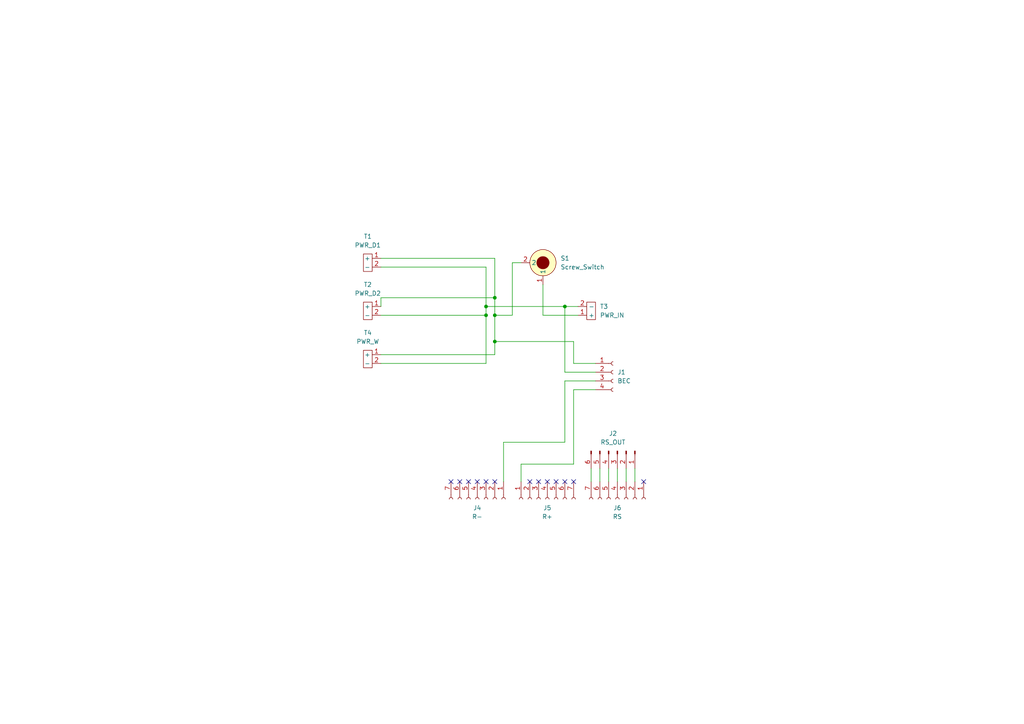
<source format=kicad_sch>
(kicad_sch (version 20211123) (generator eeschema)
  (paper "A4")
  (lib_symbols
    (symbol "Connector:Conn_01x04_Female" (pin_names (offset 1.016) hide)
      (property "Reference" "J" (at 0 5.08 0))
      (property "Value" "Conn_01x04_Female" (at 0 -7.62 0))
      (symbol "Conn_01x04_Female_1_1"
        (arc (start 0 -4.572) (mid -0.508 -5.08) (end 0 -5.588) (stroke (width 0.1524)))
        (arc (start 0 -2.032) (mid -0.508 -2.54) (end 0 -3.048) (stroke (width 0.1524)))
        (polyline (pts (xy -1.27 -5.08) (xy -0.508 -5.08)) (stroke (width 0.1524)))
        (polyline (pts (xy -1.27 -2.54) (xy -0.508 -2.54)) (stroke (width 0.1524)))
        (polyline (pts (xy -1.27 0) (xy -0.508 0)) (stroke (width 0.1524)))
        (polyline (pts (xy -1.27 2.54) (xy -0.508 2.54)) (stroke (width 0.1524)))
        (arc (start 0 0.508) (mid -0.508 0) (end 0 -0.508) (stroke (width 0.1524)))
        (arc (start 0 3.048) (mid -0.508 2.54) (end 0 2.032) (stroke (width 0.1524)))
        (pin passive line (at -5.08 2.54 0) (length 3.81) (name "Pin_1") (number "1"))
        (pin passive line (at -5.08 0 0) (length 3.81) (name "Pin_2") (number "2"))
        (pin passive line (at -5.08 -2.54 0) (length 3.81) (name "Pin_3") (number "3"))
        (pin passive line (at -5.08 -5.08 0) (length 3.81) (name "Pin_4") (number "4"))
      )
    )
    (symbol "Connector:Conn_01x06_Male" (pin_names (offset 1.016) hide)
      (property "Reference" "J" (at 0 7.62 0))
      (property "Value" "Conn_01x06_Male" (at 0 -10.16 0))
      (symbol "Conn_01x06_Male_1_1"
        (polyline (pts (xy 1.27 -7.62) (xy 0.8636 -7.62)) (stroke (width 0.1524)))
        (polyline (pts (xy 1.27 -5.08) (xy 0.8636 -5.08)) (stroke (width 0.1524)))
        (polyline (pts (xy 1.27 -2.54) (xy 0.8636 -2.54)) (stroke (width 0.1524)))
        (polyline (pts (xy 1.27 0) (xy 0.8636 0)) (stroke (width 0.1524)))
        (polyline (pts (xy 1.27 2.54) (xy 0.8636 2.54)) (stroke (width 0.1524)))
        (polyline (pts (xy 1.27 5.08) (xy 0.8636 5.08)) (stroke (width 0.1524)))
        (rectangle (start 0.8636 -7.493) (end 0 -7.747) (stroke (width 0.1524)) (fill (type outline)))
        (rectangle (start 0.8636 -4.953) (end 0 -5.207) (stroke (width 0.1524)) (fill (type outline)))
        (rectangle (start 0.8636 -2.413) (end 0 -2.667) (stroke (width 0.1524)) (fill (type outline)))
        (rectangle (start 0.8636 0.127) (end 0 -0.127) (stroke (width 0.1524)) (fill (type outline)))
        (rectangle (start 0.8636 2.667) (end 0 2.413) (stroke (width 0.1524)) (fill (type outline)))
        (rectangle (start 0.8636 5.207) (end 0 4.953) (stroke (width 0.1524)) (fill (type outline)))
        (pin passive line (at 5.08 5.08 180) (length 3.81) (name "Pin_1") (number "1"))
        (pin passive line (at 5.08 2.54 180) (length 3.81) (name "Pin_2") (number "2"))
        (pin passive line (at 5.08 0 180) (length 3.81) (name "Pin_3") (number "3"))
        (pin passive line (at 5.08 -2.54 180) (length 3.81) (name "Pin_4") (number "4"))
        (pin passive line (at 5.08 -5.08 180) (length 3.81) (name "Pin_5") (number "5"))
        (pin passive line (at 5.08 -7.62 180) (length 3.81) (name "Pin_6") (number "6"))
      )
    )
    (symbol "Connector:Conn_01x07_Female" (pin_names (offset 1.016) hide)
      (property "Reference" "J" (at 0 10.16 0))
      (property "Value" "Conn_01x07_Female" (at 0 -10.16 0))
      (symbol "Conn_01x07_Female_1_1"
        (arc (start 0 -7.112) (mid -0.508 -7.62) (end 0 -8.128) (stroke (width 0.1524)))
        (arc (start 0 -4.572) (mid -0.508 -5.08) (end 0 -5.588) (stroke (width 0.1524)))
        (arc (start 0 -2.032) (mid -0.508 -2.54) (end 0 -3.048) (stroke (width 0.1524)))
        (polyline (pts (xy -1.27 -7.62) (xy -0.508 -7.62)) (stroke (width 0.1524)))
        (polyline (pts (xy -1.27 -5.08) (xy -0.508 -5.08)) (stroke (width 0.1524)))
        (polyline (pts (xy -1.27 -2.54) (xy -0.508 -2.54)) (stroke (width 0.1524)))
        (polyline (pts (xy -1.27 0) (xy -0.508 0)) (stroke (width 0.1524)))
        (polyline (pts (xy -1.27 2.54) (xy -0.508 2.54)) (stroke (width 0.1524)))
        (polyline (pts (xy -1.27 5.08) (xy -0.508 5.08)) (stroke (width 0.1524)))
        (polyline (pts (xy -1.27 7.62) (xy -0.508 7.62)) (stroke (width 0.1524)))
        (arc (start 0 0.508) (mid -0.508 0) (end 0 -0.508) (stroke (width 0.1524)))
        (arc (start 0 3.048) (mid -0.508 2.54) (end 0 2.032) (stroke (width 0.1524)))
        (arc (start 0 5.588) (mid -0.508 5.08) (end 0 4.572) (stroke (width 0.1524)))
        (arc (start 0 8.128) (mid -0.508 7.62) (end 0 7.112) (stroke (width 0.1524)))
        (pin passive line (at -5.08 7.62 0) (length 3.81) (name "Pin_1") (number "1"))
        (pin passive line (at -5.08 5.08 0) (length 3.81) (name "Pin_2") (number "2"))
        (pin passive line (at -5.08 2.54 0) (length 3.81) (name "Pin_3") (number "3"))
        (pin passive line (at -5.08 0 0) (length 3.81) (name "Pin_4") (number "4"))
        (pin passive line (at -5.08 -2.54 0) (length 3.81) (name "Pin_5") (number "5"))
        (pin passive line (at -5.08 -5.08 0) (length 3.81) (name "Pin_6") (number "6"))
        (pin passive line (at -5.08 -7.62 0) (length 3.81) (name "Pin_7") (number "7"))
      )
    )
    (symbol "XT-30_1"
      (property "Reference" "T" (at 0 -5.08 0))
      (property "Value" "XT-30_1" (at 0 -2.54 0))
      (symbol "XT-30_1_0_1"
        (rectangle (start -2.54 1.27) (end 2.54 -1.27))
      )
      (symbol "XT-30_1_1_1"
        (pin bidirectional line (at -1.27 3.81 270) (length 2.54) (name "+") (number "1"))
        (pin bidirectional line (at 1.27 3.81 270) (length 2.54) (name "-") (number "2"))
      )
    )
    (symbol "XT-Connectors:Screw_Switch"
      (property "Reference" "S" (at 0 0 0))
      (property "Value" "Screw_Switch" (at 0 -1.27 0))
      (symbol "Screw_Switch_0_1"
        (circle (center 0 5.08) (radius 1.7961) (fill (type outline)))
        (circle (center 0 5.08) (radius 3.81) (fill (type background)))
      )
      (symbol "Screw_Switch_1_1"
        (pin bidirectional line (at 0 11.43 270) (length 2.54) (name "1") (number "1"))
        (pin bidirectional line (at 6.35 5.08 180) (length 2.54) (name "2") (number "2"))
      )
    )
    (symbol "XT-Connectors:XT-30"
      (property "Reference" "T" (at 0 -5.08 0))
      (property "Value" "XT-30" (at 0 -2.54 0))
      (symbol "XT-30_0_1"
        (rectangle (start -2.54 1.27) (end 2.54 -1.27))
      )
      (symbol "XT-30_1_1"
        (pin bidirectional line (at -1.27 3.81 270) (length 2.54) (name "+") (number "1"))
        (pin bidirectional line (at 1.27 3.81 270) (length 2.54) (name "-") (number "2"))
      )
    )
  )
  (junction (at 143.51 86.36))
  (junction (at 140.97 91.44))
  (junction (at 143.51 99.06))
  (junction (at 143.51 91.44))
  (junction (at 140.97 88.9))
  (junction (at 163.83 88.9))
  (no_connect (at 166.37 139.7))
  (no_connect (at 158.75 139.7))
  (no_connect (at 161.29 139.7))
  (no_connect (at 133.35 139.7))
  (no_connect (at 138.43 139.7))
  (no_connect (at 140.97 139.7))
  (no_connect (at 143.51 139.7))
  (no_connect (at 135.89 139.7))
  (no_connect (at 130.81 139.7))
  (no_connect (at 186.69 139.7))
  (no_connect (at 153.67 139.7))
  (no_connect (at 156.21 139.7))
  (no_connect (at 163.83 139.7))
  (wire (pts (xy 166.37 113.03) (xy 166.37 134.62)))
  (wire (pts (xy 146.05 128.27) (xy 146.05 139.7)))
  (wire (pts (xy 140.97 88.9) (xy 140.97 91.44)))
  (wire (pts (xy 181.61 135.89) (xy 181.61 139.7)))
  (wire (pts (xy 148.59 76.2) (xy 151.13 76.2)))
  (wire (pts (xy 163.83 107.95) (xy 172.72 107.95)))
  (wire (pts (xy 148.59 76.2) (xy 148.59 91.44)))
  (wire (pts (xy 143.51 91.44) (xy 143.51 99.06)))
  (wire (pts (xy 143.51 99.06) (xy 143.51 102.87)))
  (wire (pts (xy 157.48 82.55) (xy 157.48 91.44)))
  (wire (pts (xy 166.37 99.06) (xy 166.37 105.41)))
  (wire (pts (xy 176.53 135.89) (xy 176.53 139.7)))
  (wire (pts (xy 140.97 77.47) (xy 110.49 77.47)))
  (wire (pts (xy 166.37 105.41) (xy 172.72 105.41)))
  (wire (pts (xy 140.97 88.9) (xy 163.83 88.9)))
  (wire (pts (xy 148.59 91.44) (xy 143.51 91.44)))
  (wire (pts (xy 166.37 134.62) (xy 151.13 134.62)))
  (wire (pts (xy 163.83 110.49) (xy 172.72 110.49)))
  (wire (pts (xy 140.97 77.47) (xy 140.97 88.9)))
  (wire (pts (xy 110.49 91.44) (xy 140.97 91.44)))
  (wire (pts (xy 143.51 99.06) (xy 166.37 99.06)))
  (wire (pts (xy 110.49 86.36) (xy 110.49 88.9)))
  (wire (pts (xy 166.37 113.03) (xy 172.72 113.03)))
  (wire (pts (xy 163.83 88.9) (xy 163.83 107.95)))
  (wire (pts (xy 140.97 105.41) (xy 110.49 105.41)))
  (wire (pts (xy 140.97 91.44) (xy 140.97 105.41)))
  (wire (pts (xy 167.64 91.44) (xy 157.48 91.44)))
  (wire (pts (xy 171.45 135.89) (xy 171.45 139.7)))
  (wire (pts (xy 143.51 86.36) (xy 143.51 91.44)))
  (wire (pts (xy 110.49 102.87) (xy 143.51 102.87)))
  (wire (pts (xy 163.83 128.27) (xy 146.05 128.27)))
  (wire (pts (xy 163.83 110.49) (xy 163.83 128.27)))
  (wire (pts (xy 179.07 135.89) (xy 179.07 139.7)))
  (wire (pts (xy 143.51 74.93) (xy 110.49 74.93)))
  (wire (pts (xy 151.13 134.62) (xy 151.13 139.7)))
  (wire (pts (xy 184.15 135.89) (xy 184.15 139.7)))
  (wire (pts (xy 173.99 135.89) (xy 173.99 139.7)))
  (wire (pts (xy 143.51 86.36) (xy 110.49 86.36)))
  (wire (pts (xy 167.64 88.9) (xy 163.83 88.9)))
  (wire (pts (xy 143.51 86.36) (xy 143.51 74.93)))
  (symbol (lib_name "XT-30_1") (lib_id "XT-Connectors:XT-30") (at 106.68 90.17 270) (unit 1)
    (property "Reference" "T2" (at 106.68 82.55 90))
    (property "Value" "PWR_D2" (at 106.68 85.09 90))
    (property "Footprint" "XT-Connectors:XT30" (effects hide))
  )
  (symbol (lib_id "Connector:Conn_01x07_Female") (at 138.43 144.78 270) (unit 1)
    (property "Reference" "J4" (at 138.43 147.32 90))
    (property "Value" "R-" (at 138.43 149.86 90))
    (property "Footprint" "Connector_PinHeader_2.54mm:PinHeader_1x07_P2.54mm_Vertical" (effects hide))
  )
  (symbol (lib_id "XT-Connectors:XT-30") (at 106.68 76.2 270) (unit 1)
    (property "Reference" "T1" (at 106.68 68.58 90))
    (property "Value" "PWR_D1" (at 106.68 71.12 90))
    (property "Footprint" "XT-Connectors:XT30" (effects hide))
  )
  (symbol (lib_id "Connector:Conn_01x06_Male") (at 179.07 130.81 270) (unit 1)
    (property "Reference" "J2" (at 177.8 125.73 90))
    (property "Value" "RS_OUT" (at 177.8 128.27 90))
    (property "Footprint" "Connector_PinHeader_2.54mm:PinHeader_1x06_P2.54mm_Vertical" (effects hide))
  )
  (symbol (lib_id "Connector:Conn_01x07_Female") (at 179.07 144.78 270) (unit 1)
    (property "Reference" "J6" (at 179.07 147.32 90))
    (property "Value" "RS" (at 179.07 149.86 90))
    (property "Footprint" "Connector_PinHeader_2.54mm:PinHeader_1x07_P2.54mm_Vertical" (effects hide))
  )
  (symbol (lib_id "Connector:Conn_01x04_Female") (at 177.8 107.95 0) (unit 1)
    (property "Reference" "J1" (at 179.07 107.9499 0) (effects (justify left)))
    (property "Value" "BEC" (at 179.07 110.4899 0) (effects (justify left)))
    (property "Footprint" "Connector_PinHeader_2.00mm:PinHeader_1x04_P2.00mm_Vertical" (effects hide))
  )
  (symbol (lib_id "XT-Connectors:XT-30") (at 171.45 90.17 90) (unit 1)
    (property "Reference" "T3" (at 173.99 88.8999 90) (effects (justify right)))
    (property "Value" "PWR_IN" (at 173.99 91.4399 90) (effects (justify right)))
    (property "Footprint" "XT-Connectors:XT30" (effects hide))
  )
  (symbol (lib_id "Connector:Conn_01x07_Female") (at 158.75 144.78 90) (mirror x) (unit 1)
    (property "Reference" "J5" (at 158.75 147.32 90))
    (property "Value" "R+" (at 158.75 149.86 90))
    (property "Footprint" "Connector_PinHeader_2.54mm:PinHeader_1x07_P2.54mm_Vertical" (effects hide))
  )
  (symbol (lib_id "XT-Connectors:XT-30") (at 106.68 104.14 270) (unit 1)
    (property "Reference" "T4" (at 106.68 96.52 90))
    (property "Value" "PWR_W" (at 106.68 99.06 90))
    (property "Footprint" "XT-Connectors:XT30" (effects hide))
  )
  (symbol (lib_id "XT-Connectors:Screw_Switch") (at 157.48 71.12 180) (unit 1)
    (property "Reference" "S1" (at 162.56 74.9299 0) (effects (justify right)))
    (property "Value" "Screw_Switch" (at 162.56 77.4699 0) (effects (justify right)))
    (property "Footprint" "XT-Connectors:Screw_Switch_Pad" (effects hide))
  )
)
</source>
